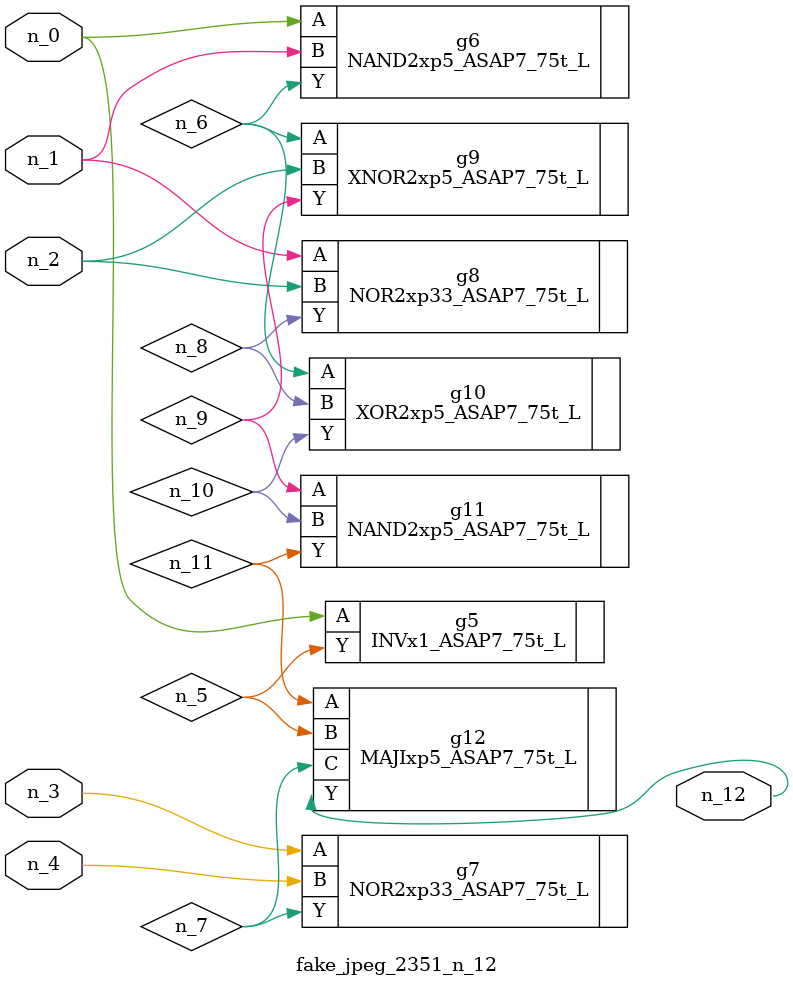
<source format=v>
module fake_jpeg_2351_n_12 (n_3, n_2, n_1, n_0, n_4, n_12);

input n_3;
input n_2;
input n_1;
input n_0;
input n_4;

output n_12;

wire n_11;
wire n_10;
wire n_8;
wire n_9;
wire n_6;
wire n_5;
wire n_7;

INVx1_ASAP7_75t_L g5 ( 
.A(n_0),
.Y(n_5)
);

NAND2xp5_ASAP7_75t_L g6 ( 
.A(n_0),
.B(n_1),
.Y(n_6)
);

NOR2xp33_ASAP7_75t_L g7 ( 
.A(n_3),
.B(n_4),
.Y(n_7)
);

NOR2xp33_ASAP7_75t_L g8 ( 
.A(n_1),
.B(n_2),
.Y(n_8)
);

XNOR2xp5_ASAP7_75t_L g9 ( 
.A(n_6),
.B(n_2),
.Y(n_9)
);

NAND2xp5_ASAP7_75t_L g11 ( 
.A(n_9),
.B(n_10),
.Y(n_11)
);

XOR2xp5_ASAP7_75t_L g10 ( 
.A(n_6),
.B(n_8),
.Y(n_10)
);

MAJIxp5_ASAP7_75t_L g12 ( 
.A(n_11),
.B(n_5),
.C(n_7),
.Y(n_12)
);


endmodule
</source>
